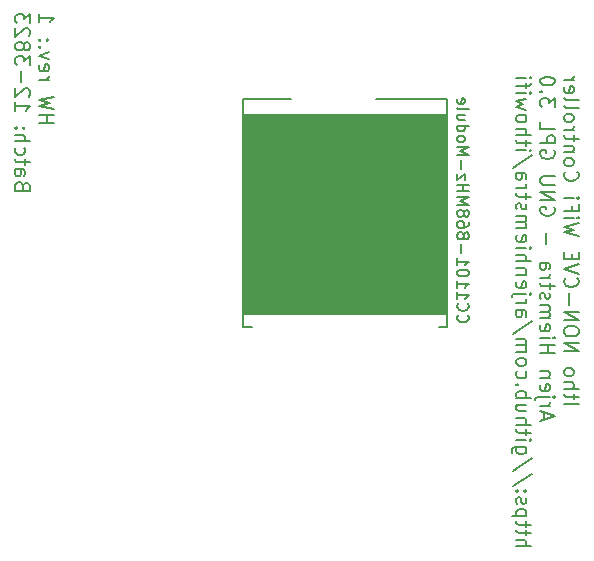
<source format=gbo>
G04 #@! TF.GenerationSoftware,KiCad,Pcbnew,7.0.7*
G04 #@! TF.CreationDate,2023-09-22T23:05:29+02:00*
G04 #@! TF.ProjectId,ithowifi_4l,6974686f-7769-4666-995f-346c2e6b6963,rev?*
G04 #@! TF.SameCoordinates,Original*
G04 #@! TF.FileFunction,Legend,Bot*
G04 #@! TF.FilePolarity,Positive*
%FSLAX46Y46*%
G04 Gerber Fmt 4.6, Leading zero omitted, Abs format (unit mm)*
G04 Created by KiCad (PCBNEW 7.0.7) date 2023-09-22 23:05:29*
%MOMM*%
%LPD*%
G01*
G04 APERTURE LIST*
%ADD10C,0.100000*%
%ADD11C,0.200000*%
%ADD12C,0.150000*%
G04 APERTURE END LIST*
D10*
X103202000Y-135417558D02*
X85955400Y-135417558D01*
X85930000Y-118450358D01*
X103202000Y-118450358D01*
X103202000Y-135417558D01*
G36*
X103202000Y-135417558D02*
G01*
X85955400Y-135417558D01*
X85930000Y-118450358D01*
X103202000Y-118450358D01*
X103202000Y-135417558D01*
G37*
D11*
X113073036Y-143012573D02*
X114319036Y-143012573D01*
X113903703Y-142597240D02*
X113903703Y-142122573D01*
X114319036Y-142419240D02*
X113251036Y-142419240D01*
X113251036Y-142419240D02*
X113132370Y-142359907D01*
X113132370Y-142359907D02*
X113073036Y-142241240D01*
X113073036Y-142241240D02*
X113073036Y-142122573D01*
X113073036Y-141707240D02*
X114319036Y-141707240D01*
X113073036Y-141173240D02*
X113725703Y-141173240D01*
X113725703Y-141173240D02*
X113844370Y-141232573D01*
X113844370Y-141232573D02*
X113903703Y-141351240D01*
X113903703Y-141351240D02*
X113903703Y-141529240D01*
X113903703Y-141529240D02*
X113844370Y-141647907D01*
X113844370Y-141647907D02*
X113785036Y-141707240D01*
X113073036Y-140401907D02*
X113132370Y-140520574D01*
X113132370Y-140520574D02*
X113191703Y-140579907D01*
X113191703Y-140579907D02*
X113310370Y-140639240D01*
X113310370Y-140639240D02*
X113666370Y-140639240D01*
X113666370Y-140639240D02*
X113785036Y-140579907D01*
X113785036Y-140579907D02*
X113844370Y-140520574D01*
X113844370Y-140520574D02*
X113903703Y-140401907D01*
X113903703Y-140401907D02*
X113903703Y-140223907D01*
X113903703Y-140223907D02*
X113844370Y-140105240D01*
X113844370Y-140105240D02*
X113785036Y-140045907D01*
X113785036Y-140045907D02*
X113666370Y-139986574D01*
X113666370Y-139986574D02*
X113310370Y-139986574D01*
X113310370Y-139986574D02*
X113191703Y-140045907D01*
X113191703Y-140045907D02*
X113132370Y-140105240D01*
X113132370Y-140105240D02*
X113073036Y-140223907D01*
X113073036Y-140223907D02*
X113073036Y-140401907D01*
X113073036Y-138503241D02*
X114319036Y-138503241D01*
X114319036Y-138503241D02*
X113073036Y-137791241D01*
X113073036Y-137791241D02*
X114319036Y-137791241D01*
X114319036Y-136960575D02*
X114319036Y-136723241D01*
X114319036Y-136723241D02*
X114259703Y-136604575D01*
X114259703Y-136604575D02*
X114141036Y-136485908D01*
X114141036Y-136485908D02*
X113903703Y-136426575D01*
X113903703Y-136426575D02*
X113488370Y-136426575D01*
X113488370Y-136426575D02*
X113251036Y-136485908D01*
X113251036Y-136485908D02*
X113132370Y-136604575D01*
X113132370Y-136604575D02*
X113073036Y-136723241D01*
X113073036Y-136723241D02*
X113073036Y-136960575D01*
X113073036Y-136960575D02*
X113132370Y-137079241D01*
X113132370Y-137079241D02*
X113251036Y-137197908D01*
X113251036Y-137197908D02*
X113488370Y-137257241D01*
X113488370Y-137257241D02*
X113903703Y-137257241D01*
X113903703Y-137257241D02*
X114141036Y-137197908D01*
X114141036Y-137197908D02*
X114259703Y-137079241D01*
X114259703Y-137079241D02*
X114319036Y-136960575D01*
X113073036Y-135892575D02*
X114319036Y-135892575D01*
X114319036Y-135892575D02*
X113073036Y-135180575D01*
X113073036Y-135180575D02*
X114319036Y-135180575D01*
X113547703Y-134587242D02*
X113547703Y-133637909D01*
X113191703Y-132332575D02*
X113132370Y-132391908D01*
X113132370Y-132391908D02*
X113073036Y-132569908D01*
X113073036Y-132569908D02*
X113073036Y-132688575D01*
X113073036Y-132688575D02*
X113132370Y-132866575D01*
X113132370Y-132866575D02*
X113251036Y-132985242D01*
X113251036Y-132985242D02*
X113369703Y-133044575D01*
X113369703Y-133044575D02*
X113607036Y-133103908D01*
X113607036Y-133103908D02*
X113785036Y-133103908D01*
X113785036Y-133103908D02*
X114022370Y-133044575D01*
X114022370Y-133044575D02*
X114141036Y-132985242D01*
X114141036Y-132985242D02*
X114259703Y-132866575D01*
X114259703Y-132866575D02*
X114319036Y-132688575D01*
X114319036Y-132688575D02*
X114319036Y-132569908D01*
X114319036Y-132569908D02*
X114259703Y-132391908D01*
X114259703Y-132391908D02*
X114200370Y-132332575D01*
X114319036Y-131976575D02*
X113073036Y-131561242D01*
X113073036Y-131561242D02*
X114319036Y-131145908D01*
X113725703Y-130730575D02*
X113725703Y-130315242D01*
X113073036Y-130137242D02*
X113073036Y-130730575D01*
X113073036Y-130730575D02*
X114319036Y-130730575D01*
X114319036Y-130730575D02*
X114319036Y-130137242D01*
X114319036Y-128772576D02*
X113073036Y-128475909D01*
X113073036Y-128475909D02*
X113963036Y-128238576D01*
X113963036Y-128238576D02*
X113073036Y-128001242D01*
X113073036Y-128001242D02*
X114319036Y-127704576D01*
X113073036Y-127229909D02*
X113903703Y-127229909D01*
X114319036Y-127229909D02*
X114259703Y-127289242D01*
X114259703Y-127289242D02*
X114200370Y-127229909D01*
X114200370Y-127229909D02*
X114259703Y-127170576D01*
X114259703Y-127170576D02*
X114319036Y-127229909D01*
X114319036Y-127229909D02*
X114200370Y-127229909D01*
X113725703Y-126221243D02*
X113725703Y-126636576D01*
X113073036Y-126636576D02*
X114319036Y-126636576D01*
X114319036Y-126636576D02*
X114319036Y-126043243D01*
X113073036Y-125568576D02*
X113903703Y-125568576D01*
X114319036Y-125568576D02*
X114259703Y-125627909D01*
X114259703Y-125627909D02*
X114200370Y-125568576D01*
X114200370Y-125568576D02*
X114259703Y-125509243D01*
X114259703Y-125509243D02*
X114319036Y-125568576D01*
X114319036Y-125568576D02*
X114200370Y-125568576D01*
X113191703Y-123313910D02*
X113132370Y-123373243D01*
X113132370Y-123373243D02*
X113073036Y-123551243D01*
X113073036Y-123551243D02*
X113073036Y-123669910D01*
X113073036Y-123669910D02*
X113132370Y-123847910D01*
X113132370Y-123847910D02*
X113251036Y-123966577D01*
X113251036Y-123966577D02*
X113369703Y-124025910D01*
X113369703Y-124025910D02*
X113607036Y-124085243D01*
X113607036Y-124085243D02*
X113785036Y-124085243D01*
X113785036Y-124085243D02*
X114022370Y-124025910D01*
X114022370Y-124025910D02*
X114141036Y-123966577D01*
X114141036Y-123966577D02*
X114259703Y-123847910D01*
X114259703Y-123847910D02*
X114319036Y-123669910D01*
X114319036Y-123669910D02*
X114319036Y-123551243D01*
X114319036Y-123551243D02*
X114259703Y-123373243D01*
X114259703Y-123373243D02*
X114200370Y-123313910D01*
X113073036Y-122601910D02*
X113132370Y-122720577D01*
X113132370Y-122720577D02*
X113191703Y-122779910D01*
X113191703Y-122779910D02*
X113310370Y-122839243D01*
X113310370Y-122839243D02*
X113666370Y-122839243D01*
X113666370Y-122839243D02*
X113785036Y-122779910D01*
X113785036Y-122779910D02*
X113844370Y-122720577D01*
X113844370Y-122720577D02*
X113903703Y-122601910D01*
X113903703Y-122601910D02*
X113903703Y-122423910D01*
X113903703Y-122423910D02*
X113844370Y-122305243D01*
X113844370Y-122305243D02*
X113785036Y-122245910D01*
X113785036Y-122245910D02*
X113666370Y-122186577D01*
X113666370Y-122186577D02*
X113310370Y-122186577D01*
X113310370Y-122186577D02*
X113191703Y-122245910D01*
X113191703Y-122245910D02*
X113132370Y-122305243D01*
X113132370Y-122305243D02*
X113073036Y-122423910D01*
X113073036Y-122423910D02*
X113073036Y-122601910D01*
X113903703Y-121652577D02*
X113073036Y-121652577D01*
X113785036Y-121652577D02*
X113844370Y-121593244D01*
X113844370Y-121593244D02*
X113903703Y-121474577D01*
X113903703Y-121474577D02*
X113903703Y-121296577D01*
X113903703Y-121296577D02*
X113844370Y-121177910D01*
X113844370Y-121177910D02*
X113725703Y-121118577D01*
X113725703Y-121118577D02*
X113073036Y-121118577D01*
X113903703Y-120703244D02*
X113903703Y-120228577D01*
X114319036Y-120525244D02*
X113251036Y-120525244D01*
X113251036Y-120525244D02*
X113132370Y-120465911D01*
X113132370Y-120465911D02*
X113073036Y-120347244D01*
X113073036Y-120347244D02*
X113073036Y-120228577D01*
X113073036Y-119813244D02*
X113903703Y-119813244D01*
X113666370Y-119813244D02*
X113785036Y-119753911D01*
X113785036Y-119753911D02*
X113844370Y-119694577D01*
X113844370Y-119694577D02*
X113903703Y-119575911D01*
X113903703Y-119575911D02*
X113903703Y-119457244D01*
X113073036Y-118863911D02*
X113132370Y-118982578D01*
X113132370Y-118982578D02*
X113191703Y-119041911D01*
X113191703Y-119041911D02*
X113310370Y-119101244D01*
X113310370Y-119101244D02*
X113666370Y-119101244D01*
X113666370Y-119101244D02*
X113785036Y-119041911D01*
X113785036Y-119041911D02*
X113844370Y-118982578D01*
X113844370Y-118982578D02*
X113903703Y-118863911D01*
X113903703Y-118863911D02*
X113903703Y-118685911D01*
X113903703Y-118685911D02*
X113844370Y-118567244D01*
X113844370Y-118567244D02*
X113785036Y-118507911D01*
X113785036Y-118507911D02*
X113666370Y-118448578D01*
X113666370Y-118448578D02*
X113310370Y-118448578D01*
X113310370Y-118448578D02*
X113191703Y-118507911D01*
X113191703Y-118507911D02*
X113132370Y-118567244D01*
X113132370Y-118567244D02*
X113073036Y-118685911D01*
X113073036Y-118685911D02*
X113073036Y-118863911D01*
X113073036Y-117736578D02*
X113132370Y-117855245D01*
X113132370Y-117855245D02*
X113251036Y-117914578D01*
X113251036Y-117914578D02*
X114319036Y-117914578D01*
X113073036Y-117083911D02*
X113132370Y-117202578D01*
X113132370Y-117202578D02*
X113251036Y-117261911D01*
X113251036Y-117261911D02*
X114319036Y-117261911D01*
X113132370Y-116134577D02*
X113073036Y-116253244D01*
X113073036Y-116253244D02*
X113073036Y-116490577D01*
X113073036Y-116490577D02*
X113132370Y-116609244D01*
X113132370Y-116609244D02*
X113251036Y-116668577D01*
X113251036Y-116668577D02*
X113725703Y-116668577D01*
X113725703Y-116668577D02*
X113844370Y-116609244D01*
X113844370Y-116609244D02*
X113903703Y-116490577D01*
X113903703Y-116490577D02*
X113903703Y-116253244D01*
X113903703Y-116253244D02*
X113844370Y-116134577D01*
X113844370Y-116134577D02*
X113725703Y-116075244D01*
X113725703Y-116075244D02*
X113607036Y-116075244D01*
X113607036Y-116075244D02*
X113488370Y-116668577D01*
X113073036Y-115541244D02*
X113903703Y-115541244D01*
X113666370Y-115541244D02*
X113785036Y-115481911D01*
X113785036Y-115481911D02*
X113844370Y-115422577D01*
X113844370Y-115422577D02*
X113903703Y-115303911D01*
X113903703Y-115303911D02*
X113903703Y-115185244D01*
X111422976Y-144317907D02*
X111422976Y-143724574D01*
X111066976Y-144436574D02*
X112312976Y-144021241D01*
X112312976Y-144021241D02*
X111066976Y-143605907D01*
X111066976Y-143190574D02*
X111897643Y-143190574D01*
X111660310Y-143190574D02*
X111778976Y-143131241D01*
X111778976Y-143131241D02*
X111838310Y-143071907D01*
X111838310Y-143071907D02*
X111897643Y-142953241D01*
X111897643Y-142953241D02*
X111897643Y-142834574D01*
X111897643Y-142419241D02*
X110829643Y-142419241D01*
X110829643Y-142419241D02*
X110710976Y-142478574D01*
X110710976Y-142478574D02*
X110651643Y-142597241D01*
X110651643Y-142597241D02*
X110651643Y-142656574D01*
X112312976Y-142419241D02*
X112253643Y-142478574D01*
X112253643Y-142478574D02*
X112194310Y-142419241D01*
X112194310Y-142419241D02*
X112253643Y-142359908D01*
X112253643Y-142359908D02*
X112312976Y-142419241D01*
X112312976Y-142419241D02*
X112194310Y-142419241D01*
X111126310Y-141351241D02*
X111066976Y-141469908D01*
X111066976Y-141469908D02*
X111066976Y-141707241D01*
X111066976Y-141707241D02*
X111126310Y-141825908D01*
X111126310Y-141825908D02*
X111244976Y-141885241D01*
X111244976Y-141885241D02*
X111719643Y-141885241D01*
X111719643Y-141885241D02*
X111838310Y-141825908D01*
X111838310Y-141825908D02*
X111897643Y-141707241D01*
X111897643Y-141707241D02*
X111897643Y-141469908D01*
X111897643Y-141469908D02*
X111838310Y-141351241D01*
X111838310Y-141351241D02*
X111719643Y-141291908D01*
X111719643Y-141291908D02*
X111600976Y-141291908D01*
X111600976Y-141291908D02*
X111482310Y-141885241D01*
X111897643Y-140757908D02*
X111066976Y-140757908D01*
X111778976Y-140757908D02*
X111838310Y-140698575D01*
X111838310Y-140698575D02*
X111897643Y-140579908D01*
X111897643Y-140579908D02*
X111897643Y-140401908D01*
X111897643Y-140401908D02*
X111838310Y-140283241D01*
X111838310Y-140283241D02*
X111719643Y-140223908D01*
X111719643Y-140223908D02*
X111066976Y-140223908D01*
X111066976Y-138681242D02*
X112312976Y-138681242D01*
X111719643Y-138681242D02*
X111719643Y-137969242D01*
X111066976Y-137969242D02*
X112312976Y-137969242D01*
X111066976Y-137375909D02*
X111897643Y-137375909D01*
X112312976Y-137375909D02*
X112253643Y-137435242D01*
X112253643Y-137435242D02*
X112194310Y-137375909D01*
X112194310Y-137375909D02*
X112253643Y-137316576D01*
X112253643Y-137316576D02*
X112312976Y-137375909D01*
X112312976Y-137375909D02*
X112194310Y-137375909D01*
X111126310Y-136307909D02*
X111066976Y-136426576D01*
X111066976Y-136426576D02*
X111066976Y-136663909D01*
X111066976Y-136663909D02*
X111126310Y-136782576D01*
X111126310Y-136782576D02*
X111244976Y-136841909D01*
X111244976Y-136841909D02*
X111719643Y-136841909D01*
X111719643Y-136841909D02*
X111838310Y-136782576D01*
X111838310Y-136782576D02*
X111897643Y-136663909D01*
X111897643Y-136663909D02*
X111897643Y-136426576D01*
X111897643Y-136426576D02*
X111838310Y-136307909D01*
X111838310Y-136307909D02*
X111719643Y-136248576D01*
X111719643Y-136248576D02*
X111600976Y-136248576D01*
X111600976Y-136248576D02*
X111482310Y-136841909D01*
X111066976Y-135714576D02*
X111897643Y-135714576D01*
X111778976Y-135714576D02*
X111838310Y-135655243D01*
X111838310Y-135655243D02*
X111897643Y-135536576D01*
X111897643Y-135536576D02*
X111897643Y-135358576D01*
X111897643Y-135358576D02*
X111838310Y-135239909D01*
X111838310Y-135239909D02*
X111719643Y-135180576D01*
X111719643Y-135180576D02*
X111066976Y-135180576D01*
X111719643Y-135180576D02*
X111838310Y-135121243D01*
X111838310Y-135121243D02*
X111897643Y-135002576D01*
X111897643Y-135002576D02*
X111897643Y-134824576D01*
X111897643Y-134824576D02*
X111838310Y-134705909D01*
X111838310Y-134705909D02*
X111719643Y-134646576D01*
X111719643Y-134646576D02*
X111066976Y-134646576D01*
X111126310Y-134112576D02*
X111066976Y-133993910D01*
X111066976Y-133993910D02*
X111066976Y-133756576D01*
X111066976Y-133756576D02*
X111126310Y-133637910D01*
X111126310Y-133637910D02*
X111244976Y-133578576D01*
X111244976Y-133578576D02*
X111304310Y-133578576D01*
X111304310Y-133578576D02*
X111422976Y-133637910D01*
X111422976Y-133637910D02*
X111482310Y-133756576D01*
X111482310Y-133756576D02*
X111482310Y-133934576D01*
X111482310Y-133934576D02*
X111541643Y-134053243D01*
X111541643Y-134053243D02*
X111660310Y-134112576D01*
X111660310Y-134112576D02*
X111719643Y-134112576D01*
X111719643Y-134112576D02*
X111838310Y-134053243D01*
X111838310Y-134053243D02*
X111897643Y-133934576D01*
X111897643Y-133934576D02*
X111897643Y-133756576D01*
X111897643Y-133756576D02*
X111838310Y-133637910D01*
X111897643Y-133222576D02*
X111897643Y-132747909D01*
X112312976Y-133044576D02*
X111244976Y-133044576D01*
X111244976Y-133044576D02*
X111126310Y-132985243D01*
X111126310Y-132985243D02*
X111066976Y-132866576D01*
X111066976Y-132866576D02*
X111066976Y-132747909D01*
X111066976Y-132332576D02*
X111897643Y-132332576D01*
X111660310Y-132332576D02*
X111778976Y-132273243D01*
X111778976Y-132273243D02*
X111838310Y-132213909D01*
X111838310Y-132213909D02*
X111897643Y-132095243D01*
X111897643Y-132095243D02*
X111897643Y-131976576D01*
X111066976Y-131027243D02*
X111719643Y-131027243D01*
X111719643Y-131027243D02*
X111838310Y-131086576D01*
X111838310Y-131086576D02*
X111897643Y-131205243D01*
X111897643Y-131205243D02*
X111897643Y-131442576D01*
X111897643Y-131442576D02*
X111838310Y-131561243D01*
X111126310Y-131027243D02*
X111066976Y-131145910D01*
X111066976Y-131145910D02*
X111066976Y-131442576D01*
X111066976Y-131442576D02*
X111126310Y-131561243D01*
X111126310Y-131561243D02*
X111244976Y-131620576D01*
X111244976Y-131620576D02*
X111363643Y-131620576D01*
X111363643Y-131620576D02*
X111482310Y-131561243D01*
X111482310Y-131561243D02*
X111541643Y-131442576D01*
X111541643Y-131442576D02*
X111541643Y-131145910D01*
X111541643Y-131145910D02*
X111600976Y-131027243D01*
X111541643Y-129484577D02*
X111541643Y-128535244D01*
X112253643Y-126339910D02*
X112312976Y-126458577D01*
X112312976Y-126458577D02*
X112312976Y-126636577D01*
X112312976Y-126636577D02*
X112253643Y-126814577D01*
X112253643Y-126814577D02*
X112134976Y-126933244D01*
X112134976Y-126933244D02*
X112016310Y-126992577D01*
X112016310Y-126992577D02*
X111778976Y-127051910D01*
X111778976Y-127051910D02*
X111600976Y-127051910D01*
X111600976Y-127051910D02*
X111363643Y-126992577D01*
X111363643Y-126992577D02*
X111244976Y-126933244D01*
X111244976Y-126933244D02*
X111126310Y-126814577D01*
X111126310Y-126814577D02*
X111066976Y-126636577D01*
X111066976Y-126636577D02*
X111066976Y-126517910D01*
X111066976Y-126517910D02*
X111126310Y-126339910D01*
X111126310Y-126339910D02*
X111185643Y-126280577D01*
X111185643Y-126280577D02*
X111600976Y-126280577D01*
X111600976Y-126280577D02*
X111600976Y-126517910D01*
X111066976Y-125746577D02*
X112312976Y-125746577D01*
X112312976Y-125746577D02*
X111066976Y-125034577D01*
X111066976Y-125034577D02*
X112312976Y-125034577D01*
X112312976Y-124441244D02*
X111304310Y-124441244D01*
X111304310Y-124441244D02*
X111185643Y-124381911D01*
X111185643Y-124381911D02*
X111126310Y-124322577D01*
X111126310Y-124322577D02*
X111066976Y-124203911D01*
X111066976Y-124203911D02*
X111066976Y-123966577D01*
X111066976Y-123966577D02*
X111126310Y-123847911D01*
X111126310Y-123847911D02*
X111185643Y-123788577D01*
X111185643Y-123788577D02*
X111304310Y-123729244D01*
X111304310Y-123729244D02*
X112312976Y-123729244D01*
X112253643Y-121533911D02*
X112312976Y-121652578D01*
X112312976Y-121652578D02*
X112312976Y-121830578D01*
X112312976Y-121830578D02*
X112253643Y-122008578D01*
X112253643Y-122008578D02*
X112134976Y-122127245D01*
X112134976Y-122127245D02*
X112016310Y-122186578D01*
X112016310Y-122186578D02*
X111778976Y-122245911D01*
X111778976Y-122245911D02*
X111600976Y-122245911D01*
X111600976Y-122245911D02*
X111363643Y-122186578D01*
X111363643Y-122186578D02*
X111244976Y-122127245D01*
X111244976Y-122127245D02*
X111126310Y-122008578D01*
X111126310Y-122008578D02*
X111066976Y-121830578D01*
X111066976Y-121830578D02*
X111066976Y-121711911D01*
X111066976Y-121711911D02*
X111126310Y-121533911D01*
X111126310Y-121533911D02*
X111185643Y-121474578D01*
X111185643Y-121474578D02*
X111600976Y-121474578D01*
X111600976Y-121474578D02*
X111600976Y-121711911D01*
X111066976Y-120940578D02*
X112312976Y-120940578D01*
X112312976Y-120940578D02*
X112312976Y-120465911D01*
X112312976Y-120465911D02*
X112253643Y-120347245D01*
X112253643Y-120347245D02*
X112194310Y-120287911D01*
X112194310Y-120287911D02*
X112075643Y-120228578D01*
X112075643Y-120228578D02*
X111897643Y-120228578D01*
X111897643Y-120228578D02*
X111778976Y-120287911D01*
X111778976Y-120287911D02*
X111719643Y-120347245D01*
X111719643Y-120347245D02*
X111660310Y-120465911D01*
X111660310Y-120465911D02*
X111660310Y-120940578D01*
X111066976Y-119101245D02*
X111066976Y-119694578D01*
X111066976Y-119694578D02*
X112312976Y-119694578D01*
X112312976Y-117855245D02*
X112312976Y-117083911D01*
X112312976Y-117083911D02*
X111838310Y-117499245D01*
X111838310Y-117499245D02*
X111838310Y-117321245D01*
X111838310Y-117321245D02*
X111778976Y-117202578D01*
X111778976Y-117202578D02*
X111719643Y-117143245D01*
X111719643Y-117143245D02*
X111600976Y-117083911D01*
X111600976Y-117083911D02*
X111304310Y-117083911D01*
X111304310Y-117083911D02*
X111185643Y-117143245D01*
X111185643Y-117143245D02*
X111126310Y-117202578D01*
X111126310Y-117202578D02*
X111066976Y-117321245D01*
X111066976Y-117321245D02*
X111066976Y-117677245D01*
X111066976Y-117677245D02*
X111126310Y-117795911D01*
X111126310Y-117795911D02*
X111185643Y-117855245D01*
X111185643Y-116549911D02*
X111126310Y-116490578D01*
X111126310Y-116490578D02*
X111066976Y-116549911D01*
X111066976Y-116549911D02*
X111126310Y-116609244D01*
X111126310Y-116609244D02*
X111185643Y-116549911D01*
X111185643Y-116549911D02*
X111066976Y-116549911D01*
X112312976Y-115719245D02*
X112312976Y-115600578D01*
X112312976Y-115600578D02*
X112253643Y-115481911D01*
X112253643Y-115481911D02*
X112194310Y-115422578D01*
X112194310Y-115422578D02*
X112075643Y-115363245D01*
X112075643Y-115363245D02*
X111838310Y-115303911D01*
X111838310Y-115303911D02*
X111541643Y-115303911D01*
X111541643Y-115303911D02*
X111304310Y-115363245D01*
X111304310Y-115363245D02*
X111185643Y-115422578D01*
X111185643Y-115422578D02*
X111126310Y-115481911D01*
X111126310Y-115481911D02*
X111066976Y-115600578D01*
X111066976Y-115600578D02*
X111066976Y-115719245D01*
X111066976Y-115719245D02*
X111126310Y-115837911D01*
X111126310Y-115837911D02*
X111185643Y-115897245D01*
X111185643Y-115897245D02*
X111304310Y-115956578D01*
X111304310Y-115956578D02*
X111541643Y-116015911D01*
X111541643Y-116015911D02*
X111838310Y-116015911D01*
X111838310Y-116015911D02*
X112075643Y-115956578D01*
X112075643Y-115956578D02*
X112194310Y-115897245D01*
X112194310Y-115897245D02*
X112253643Y-115837911D01*
X112253643Y-115837911D02*
X112312976Y-115719245D01*
X109060916Y-155057235D02*
X110306916Y-155057235D01*
X109060916Y-154523235D02*
X109713583Y-154523235D01*
X109713583Y-154523235D02*
X109832250Y-154582568D01*
X109832250Y-154582568D02*
X109891583Y-154701235D01*
X109891583Y-154701235D02*
X109891583Y-154879235D01*
X109891583Y-154879235D02*
X109832250Y-154997902D01*
X109832250Y-154997902D02*
X109772916Y-155057235D01*
X109891583Y-154107902D02*
X109891583Y-153633235D01*
X110306916Y-153929902D02*
X109238916Y-153929902D01*
X109238916Y-153929902D02*
X109120250Y-153870569D01*
X109120250Y-153870569D02*
X109060916Y-153751902D01*
X109060916Y-153751902D02*
X109060916Y-153633235D01*
X109891583Y-153395902D02*
X109891583Y-152921235D01*
X110306916Y-153217902D02*
X109238916Y-153217902D01*
X109238916Y-153217902D02*
X109120250Y-153158569D01*
X109120250Y-153158569D02*
X109060916Y-153039902D01*
X109060916Y-153039902D02*
X109060916Y-152921235D01*
X109891583Y-152505902D02*
X108645583Y-152505902D01*
X109832250Y-152505902D02*
X109891583Y-152387235D01*
X109891583Y-152387235D02*
X109891583Y-152149902D01*
X109891583Y-152149902D02*
X109832250Y-152031235D01*
X109832250Y-152031235D02*
X109772916Y-151971902D01*
X109772916Y-151971902D02*
X109654250Y-151912569D01*
X109654250Y-151912569D02*
X109298250Y-151912569D01*
X109298250Y-151912569D02*
X109179583Y-151971902D01*
X109179583Y-151971902D02*
X109120250Y-152031235D01*
X109120250Y-152031235D02*
X109060916Y-152149902D01*
X109060916Y-152149902D02*
X109060916Y-152387235D01*
X109060916Y-152387235D02*
X109120250Y-152505902D01*
X109120250Y-151437902D02*
X109060916Y-151319236D01*
X109060916Y-151319236D02*
X109060916Y-151081902D01*
X109060916Y-151081902D02*
X109120250Y-150963236D01*
X109120250Y-150963236D02*
X109238916Y-150903902D01*
X109238916Y-150903902D02*
X109298250Y-150903902D01*
X109298250Y-150903902D02*
X109416916Y-150963236D01*
X109416916Y-150963236D02*
X109476250Y-151081902D01*
X109476250Y-151081902D02*
X109476250Y-151259902D01*
X109476250Y-151259902D02*
X109535583Y-151378569D01*
X109535583Y-151378569D02*
X109654250Y-151437902D01*
X109654250Y-151437902D02*
X109713583Y-151437902D01*
X109713583Y-151437902D02*
X109832250Y-151378569D01*
X109832250Y-151378569D02*
X109891583Y-151259902D01*
X109891583Y-151259902D02*
X109891583Y-151081902D01*
X109891583Y-151081902D02*
X109832250Y-150963236D01*
X109179583Y-150369902D02*
X109120250Y-150310569D01*
X109120250Y-150310569D02*
X109060916Y-150369902D01*
X109060916Y-150369902D02*
X109120250Y-150429235D01*
X109120250Y-150429235D02*
X109179583Y-150369902D01*
X109179583Y-150369902D02*
X109060916Y-150369902D01*
X109832250Y-150369902D02*
X109772916Y-150310569D01*
X109772916Y-150310569D02*
X109713583Y-150369902D01*
X109713583Y-150369902D02*
X109772916Y-150429235D01*
X109772916Y-150429235D02*
X109832250Y-150369902D01*
X109832250Y-150369902D02*
X109713583Y-150369902D01*
X110366250Y-148886569D02*
X108764250Y-149954569D01*
X110366250Y-147581236D02*
X108764250Y-148649236D01*
X109891583Y-146631903D02*
X108882916Y-146631903D01*
X108882916Y-146631903D02*
X108764250Y-146691236D01*
X108764250Y-146691236D02*
X108704916Y-146750570D01*
X108704916Y-146750570D02*
X108645583Y-146869236D01*
X108645583Y-146869236D02*
X108645583Y-147047236D01*
X108645583Y-147047236D02*
X108704916Y-147165903D01*
X109120250Y-146631903D02*
X109060916Y-146750570D01*
X109060916Y-146750570D02*
X109060916Y-146987903D01*
X109060916Y-146987903D02*
X109120250Y-147106570D01*
X109120250Y-147106570D02*
X109179583Y-147165903D01*
X109179583Y-147165903D02*
X109298250Y-147225236D01*
X109298250Y-147225236D02*
X109654250Y-147225236D01*
X109654250Y-147225236D02*
X109772916Y-147165903D01*
X109772916Y-147165903D02*
X109832250Y-147106570D01*
X109832250Y-147106570D02*
X109891583Y-146987903D01*
X109891583Y-146987903D02*
X109891583Y-146750570D01*
X109891583Y-146750570D02*
X109832250Y-146631903D01*
X109060916Y-146038570D02*
X109891583Y-146038570D01*
X110306916Y-146038570D02*
X110247583Y-146097903D01*
X110247583Y-146097903D02*
X110188250Y-146038570D01*
X110188250Y-146038570D02*
X110247583Y-145979237D01*
X110247583Y-145979237D02*
X110306916Y-146038570D01*
X110306916Y-146038570D02*
X110188250Y-146038570D01*
X109891583Y-145623237D02*
X109891583Y-145148570D01*
X110306916Y-145445237D02*
X109238916Y-145445237D01*
X109238916Y-145445237D02*
X109120250Y-145385904D01*
X109120250Y-145385904D02*
X109060916Y-145267237D01*
X109060916Y-145267237D02*
X109060916Y-145148570D01*
X109060916Y-144733237D02*
X110306916Y-144733237D01*
X109060916Y-144199237D02*
X109713583Y-144199237D01*
X109713583Y-144199237D02*
X109832250Y-144258570D01*
X109832250Y-144258570D02*
X109891583Y-144377237D01*
X109891583Y-144377237D02*
X109891583Y-144555237D01*
X109891583Y-144555237D02*
X109832250Y-144673904D01*
X109832250Y-144673904D02*
X109772916Y-144733237D01*
X109891583Y-143071904D02*
X109060916Y-143071904D01*
X109891583Y-143605904D02*
X109238916Y-143605904D01*
X109238916Y-143605904D02*
X109120250Y-143546571D01*
X109120250Y-143546571D02*
X109060916Y-143427904D01*
X109060916Y-143427904D02*
X109060916Y-143249904D01*
X109060916Y-143249904D02*
X109120250Y-143131237D01*
X109120250Y-143131237D02*
X109179583Y-143071904D01*
X109060916Y-142478571D02*
X110306916Y-142478571D01*
X109832250Y-142478571D02*
X109891583Y-142359904D01*
X109891583Y-142359904D02*
X109891583Y-142122571D01*
X109891583Y-142122571D02*
X109832250Y-142003904D01*
X109832250Y-142003904D02*
X109772916Y-141944571D01*
X109772916Y-141944571D02*
X109654250Y-141885238D01*
X109654250Y-141885238D02*
X109298250Y-141885238D01*
X109298250Y-141885238D02*
X109179583Y-141944571D01*
X109179583Y-141944571D02*
X109120250Y-142003904D01*
X109120250Y-142003904D02*
X109060916Y-142122571D01*
X109060916Y-142122571D02*
X109060916Y-142359904D01*
X109060916Y-142359904D02*
X109120250Y-142478571D01*
X109179583Y-141351238D02*
X109120250Y-141291905D01*
X109120250Y-141291905D02*
X109060916Y-141351238D01*
X109060916Y-141351238D02*
X109120250Y-141410571D01*
X109120250Y-141410571D02*
X109179583Y-141351238D01*
X109179583Y-141351238D02*
X109060916Y-141351238D01*
X109120250Y-140223905D02*
X109060916Y-140342572D01*
X109060916Y-140342572D02*
X109060916Y-140579905D01*
X109060916Y-140579905D02*
X109120250Y-140698572D01*
X109120250Y-140698572D02*
X109179583Y-140757905D01*
X109179583Y-140757905D02*
X109298250Y-140817238D01*
X109298250Y-140817238D02*
X109654250Y-140817238D01*
X109654250Y-140817238D02*
X109772916Y-140757905D01*
X109772916Y-140757905D02*
X109832250Y-140698572D01*
X109832250Y-140698572D02*
X109891583Y-140579905D01*
X109891583Y-140579905D02*
X109891583Y-140342572D01*
X109891583Y-140342572D02*
X109832250Y-140223905D01*
X109060916Y-139511905D02*
X109120250Y-139630572D01*
X109120250Y-139630572D02*
X109179583Y-139689905D01*
X109179583Y-139689905D02*
X109298250Y-139749238D01*
X109298250Y-139749238D02*
X109654250Y-139749238D01*
X109654250Y-139749238D02*
X109772916Y-139689905D01*
X109772916Y-139689905D02*
X109832250Y-139630572D01*
X109832250Y-139630572D02*
X109891583Y-139511905D01*
X109891583Y-139511905D02*
X109891583Y-139333905D01*
X109891583Y-139333905D02*
X109832250Y-139215238D01*
X109832250Y-139215238D02*
X109772916Y-139155905D01*
X109772916Y-139155905D02*
X109654250Y-139096572D01*
X109654250Y-139096572D02*
X109298250Y-139096572D01*
X109298250Y-139096572D02*
X109179583Y-139155905D01*
X109179583Y-139155905D02*
X109120250Y-139215238D01*
X109120250Y-139215238D02*
X109060916Y-139333905D01*
X109060916Y-139333905D02*
X109060916Y-139511905D01*
X109060916Y-138562572D02*
X109891583Y-138562572D01*
X109772916Y-138562572D02*
X109832250Y-138503239D01*
X109832250Y-138503239D02*
X109891583Y-138384572D01*
X109891583Y-138384572D02*
X109891583Y-138206572D01*
X109891583Y-138206572D02*
X109832250Y-138087905D01*
X109832250Y-138087905D02*
X109713583Y-138028572D01*
X109713583Y-138028572D02*
X109060916Y-138028572D01*
X109713583Y-138028572D02*
X109832250Y-137969239D01*
X109832250Y-137969239D02*
X109891583Y-137850572D01*
X109891583Y-137850572D02*
X109891583Y-137672572D01*
X109891583Y-137672572D02*
X109832250Y-137553905D01*
X109832250Y-137553905D02*
X109713583Y-137494572D01*
X109713583Y-137494572D02*
X109060916Y-137494572D01*
X110366250Y-136011239D02*
X108764250Y-137079239D01*
X109060916Y-135061906D02*
X109713583Y-135061906D01*
X109713583Y-135061906D02*
X109832250Y-135121239D01*
X109832250Y-135121239D02*
X109891583Y-135239906D01*
X109891583Y-135239906D02*
X109891583Y-135477239D01*
X109891583Y-135477239D02*
X109832250Y-135595906D01*
X109120250Y-135061906D02*
X109060916Y-135180573D01*
X109060916Y-135180573D02*
X109060916Y-135477239D01*
X109060916Y-135477239D02*
X109120250Y-135595906D01*
X109120250Y-135595906D02*
X109238916Y-135655239D01*
X109238916Y-135655239D02*
X109357583Y-135655239D01*
X109357583Y-135655239D02*
X109476250Y-135595906D01*
X109476250Y-135595906D02*
X109535583Y-135477239D01*
X109535583Y-135477239D02*
X109535583Y-135180573D01*
X109535583Y-135180573D02*
X109594916Y-135061906D01*
X109060916Y-134468573D02*
X109891583Y-134468573D01*
X109654250Y-134468573D02*
X109772916Y-134409240D01*
X109772916Y-134409240D02*
X109832250Y-134349906D01*
X109832250Y-134349906D02*
X109891583Y-134231240D01*
X109891583Y-134231240D02*
X109891583Y-134112573D01*
X109891583Y-133697240D02*
X108823583Y-133697240D01*
X108823583Y-133697240D02*
X108704916Y-133756573D01*
X108704916Y-133756573D02*
X108645583Y-133875240D01*
X108645583Y-133875240D02*
X108645583Y-133934573D01*
X110306916Y-133697240D02*
X110247583Y-133756573D01*
X110247583Y-133756573D02*
X110188250Y-133697240D01*
X110188250Y-133697240D02*
X110247583Y-133637907D01*
X110247583Y-133637907D02*
X110306916Y-133697240D01*
X110306916Y-133697240D02*
X110188250Y-133697240D01*
X109120250Y-132629240D02*
X109060916Y-132747907D01*
X109060916Y-132747907D02*
X109060916Y-132985240D01*
X109060916Y-132985240D02*
X109120250Y-133103907D01*
X109120250Y-133103907D02*
X109238916Y-133163240D01*
X109238916Y-133163240D02*
X109713583Y-133163240D01*
X109713583Y-133163240D02*
X109832250Y-133103907D01*
X109832250Y-133103907D02*
X109891583Y-132985240D01*
X109891583Y-132985240D02*
X109891583Y-132747907D01*
X109891583Y-132747907D02*
X109832250Y-132629240D01*
X109832250Y-132629240D02*
X109713583Y-132569907D01*
X109713583Y-132569907D02*
X109594916Y-132569907D01*
X109594916Y-132569907D02*
X109476250Y-133163240D01*
X109891583Y-132035907D02*
X109060916Y-132035907D01*
X109772916Y-132035907D02*
X109832250Y-131976574D01*
X109832250Y-131976574D02*
X109891583Y-131857907D01*
X109891583Y-131857907D02*
X109891583Y-131679907D01*
X109891583Y-131679907D02*
X109832250Y-131561240D01*
X109832250Y-131561240D02*
X109713583Y-131501907D01*
X109713583Y-131501907D02*
X109060916Y-131501907D01*
X109060916Y-130908574D02*
X110306916Y-130908574D01*
X109060916Y-130374574D02*
X109713583Y-130374574D01*
X109713583Y-130374574D02*
X109832250Y-130433907D01*
X109832250Y-130433907D02*
X109891583Y-130552574D01*
X109891583Y-130552574D02*
X109891583Y-130730574D01*
X109891583Y-130730574D02*
X109832250Y-130849241D01*
X109832250Y-130849241D02*
X109772916Y-130908574D01*
X109060916Y-129781241D02*
X109891583Y-129781241D01*
X110306916Y-129781241D02*
X110247583Y-129840574D01*
X110247583Y-129840574D02*
X110188250Y-129781241D01*
X110188250Y-129781241D02*
X110247583Y-129721908D01*
X110247583Y-129721908D02*
X110306916Y-129781241D01*
X110306916Y-129781241D02*
X110188250Y-129781241D01*
X109120250Y-128713241D02*
X109060916Y-128831908D01*
X109060916Y-128831908D02*
X109060916Y-129069241D01*
X109060916Y-129069241D02*
X109120250Y-129187908D01*
X109120250Y-129187908D02*
X109238916Y-129247241D01*
X109238916Y-129247241D02*
X109713583Y-129247241D01*
X109713583Y-129247241D02*
X109832250Y-129187908D01*
X109832250Y-129187908D02*
X109891583Y-129069241D01*
X109891583Y-129069241D02*
X109891583Y-128831908D01*
X109891583Y-128831908D02*
X109832250Y-128713241D01*
X109832250Y-128713241D02*
X109713583Y-128653908D01*
X109713583Y-128653908D02*
X109594916Y-128653908D01*
X109594916Y-128653908D02*
X109476250Y-129247241D01*
X109060916Y-128119908D02*
X109891583Y-128119908D01*
X109772916Y-128119908D02*
X109832250Y-128060575D01*
X109832250Y-128060575D02*
X109891583Y-127941908D01*
X109891583Y-127941908D02*
X109891583Y-127763908D01*
X109891583Y-127763908D02*
X109832250Y-127645241D01*
X109832250Y-127645241D02*
X109713583Y-127585908D01*
X109713583Y-127585908D02*
X109060916Y-127585908D01*
X109713583Y-127585908D02*
X109832250Y-127526575D01*
X109832250Y-127526575D02*
X109891583Y-127407908D01*
X109891583Y-127407908D02*
X109891583Y-127229908D01*
X109891583Y-127229908D02*
X109832250Y-127111241D01*
X109832250Y-127111241D02*
X109713583Y-127051908D01*
X109713583Y-127051908D02*
X109060916Y-127051908D01*
X109120250Y-126517908D02*
X109060916Y-126399242D01*
X109060916Y-126399242D02*
X109060916Y-126161908D01*
X109060916Y-126161908D02*
X109120250Y-126043242D01*
X109120250Y-126043242D02*
X109238916Y-125983908D01*
X109238916Y-125983908D02*
X109298250Y-125983908D01*
X109298250Y-125983908D02*
X109416916Y-126043242D01*
X109416916Y-126043242D02*
X109476250Y-126161908D01*
X109476250Y-126161908D02*
X109476250Y-126339908D01*
X109476250Y-126339908D02*
X109535583Y-126458575D01*
X109535583Y-126458575D02*
X109654250Y-126517908D01*
X109654250Y-126517908D02*
X109713583Y-126517908D01*
X109713583Y-126517908D02*
X109832250Y-126458575D01*
X109832250Y-126458575D02*
X109891583Y-126339908D01*
X109891583Y-126339908D02*
X109891583Y-126161908D01*
X109891583Y-126161908D02*
X109832250Y-126043242D01*
X109891583Y-125627908D02*
X109891583Y-125153241D01*
X110306916Y-125449908D02*
X109238916Y-125449908D01*
X109238916Y-125449908D02*
X109120250Y-125390575D01*
X109120250Y-125390575D02*
X109060916Y-125271908D01*
X109060916Y-125271908D02*
X109060916Y-125153241D01*
X109060916Y-124737908D02*
X109891583Y-124737908D01*
X109654250Y-124737908D02*
X109772916Y-124678575D01*
X109772916Y-124678575D02*
X109832250Y-124619241D01*
X109832250Y-124619241D02*
X109891583Y-124500575D01*
X109891583Y-124500575D02*
X109891583Y-124381908D01*
X109060916Y-123432575D02*
X109713583Y-123432575D01*
X109713583Y-123432575D02*
X109832250Y-123491908D01*
X109832250Y-123491908D02*
X109891583Y-123610575D01*
X109891583Y-123610575D02*
X109891583Y-123847908D01*
X109891583Y-123847908D02*
X109832250Y-123966575D01*
X109120250Y-123432575D02*
X109060916Y-123551242D01*
X109060916Y-123551242D02*
X109060916Y-123847908D01*
X109060916Y-123847908D02*
X109120250Y-123966575D01*
X109120250Y-123966575D02*
X109238916Y-124025908D01*
X109238916Y-124025908D02*
X109357583Y-124025908D01*
X109357583Y-124025908D02*
X109476250Y-123966575D01*
X109476250Y-123966575D02*
X109535583Y-123847908D01*
X109535583Y-123847908D02*
X109535583Y-123551242D01*
X109535583Y-123551242D02*
X109594916Y-123432575D01*
X110366250Y-121949242D02*
X108764250Y-123017242D01*
X109060916Y-121533909D02*
X109891583Y-121533909D01*
X110306916Y-121533909D02*
X110247583Y-121593242D01*
X110247583Y-121593242D02*
X110188250Y-121533909D01*
X110188250Y-121533909D02*
X110247583Y-121474576D01*
X110247583Y-121474576D02*
X110306916Y-121533909D01*
X110306916Y-121533909D02*
X110188250Y-121533909D01*
X109891583Y-121118576D02*
X109891583Y-120643909D01*
X110306916Y-120940576D02*
X109238916Y-120940576D01*
X109238916Y-120940576D02*
X109120250Y-120881243D01*
X109120250Y-120881243D02*
X109060916Y-120762576D01*
X109060916Y-120762576D02*
X109060916Y-120643909D01*
X109060916Y-120228576D02*
X110306916Y-120228576D01*
X109060916Y-119694576D02*
X109713583Y-119694576D01*
X109713583Y-119694576D02*
X109832250Y-119753909D01*
X109832250Y-119753909D02*
X109891583Y-119872576D01*
X109891583Y-119872576D02*
X109891583Y-120050576D01*
X109891583Y-120050576D02*
X109832250Y-120169243D01*
X109832250Y-120169243D02*
X109772916Y-120228576D01*
X109060916Y-118923243D02*
X109120250Y-119041910D01*
X109120250Y-119041910D02*
X109179583Y-119101243D01*
X109179583Y-119101243D02*
X109298250Y-119160576D01*
X109298250Y-119160576D02*
X109654250Y-119160576D01*
X109654250Y-119160576D02*
X109772916Y-119101243D01*
X109772916Y-119101243D02*
X109832250Y-119041910D01*
X109832250Y-119041910D02*
X109891583Y-118923243D01*
X109891583Y-118923243D02*
X109891583Y-118745243D01*
X109891583Y-118745243D02*
X109832250Y-118626576D01*
X109832250Y-118626576D02*
X109772916Y-118567243D01*
X109772916Y-118567243D02*
X109654250Y-118507910D01*
X109654250Y-118507910D02*
X109298250Y-118507910D01*
X109298250Y-118507910D02*
X109179583Y-118567243D01*
X109179583Y-118567243D02*
X109120250Y-118626576D01*
X109120250Y-118626576D02*
X109060916Y-118745243D01*
X109060916Y-118745243D02*
X109060916Y-118923243D01*
X109891583Y-118092577D02*
X109060916Y-117855243D01*
X109060916Y-117855243D02*
X109654250Y-117617910D01*
X109654250Y-117617910D02*
X109060916Y-117380577D01*
X109060916Y-117380577D02*
X109891583Y-117143243D01*
X109060916Y-116668577D02*
X109891583Y-116668577D01*
X110306916Y-116668577D02*
X110247583Y-116727910D01*
X110247583Y-116727910D02*
X110188250Y-116668577D01*
X110188250Y-116668577D02*
X110247583Y-116609244D01*
X110247583Y-116609244D02*
X110306916Y-116668577D01*
X110306916Y-116668577D02*
X110188250Y-116668577D01*
X109891583Y-116253244D02*
X109891583Y-115778577D01*
X109060916Y-116075244D02*
X110128916Y-116075244D01*
X110128916Y-116075244D02*
X110247583Y-116015911D01*
X110247583Y-116015911D02*
X110306916Y-115897244D01*
X110306916Y-115897244D02*
X110306916Y-115778577D01*
X109060916Y-115363244D02*
X109891583Y-115363244D01*
X110306916Y-115363244D02*
X110247583Y-115422577D01*
X110247583Y-115422577D02*
X110188250Y-115363244D01*
X110188250Y-115363244D02*
X110247583Y-115303911D01*
X110247583Y-115303911D02*
X110306916Y-115363244D01*
X110306916Y-115363244D02*
X110188250Y-115363244D01*
X68636006Y-119225909D02*
X69882006Y-119225909D01*
X69288673Y-119225909D02*
X69288673Y-118513909D01*
X68636006Y-118513909D02*
X69882006Y-118513909D01*
X69882006Y-118039243D02*
X68636006Y-117742576D01*
X68636006Y-117742576D02*
X69526006Y-117505243D01*
X69526006Y-117505243D02*
X68636006Y-117267909D01*
X68636006Y-117267909D02*
X69882006Y-116971243D01*
X68636006Y-115547243D02*
X69466673Y-115547243D01*
X69229340Y-115547243D02*
X69348006Y-115487910D01*
X69348006Y-115487910D02*
X69407340Y-115428576D01*
X69407340Y-115428576D02*
X69466673Y-115309910D01*
X69466673Y-115309910D02*
X69466673Y-115191243D01*
X68695340Y-114301243D02*
X68636006Y-114419910D01*
X68636006Y-114419910D02*
X68636006Y-114657243D01*
X68636006Y-114657243D02*
X68695340Y-114775910D01*
X68695340Y-114775910D02*
X68814006Y-114835243D01*
X68814006Y-114835243D02*
X69288673Y-114835243D01*
X69288673Y-114835243D02*
X69407340Y-114775910D01*
X69407340Y-114775910D02*
X69466673Y-114657243D01*
X69466673Y-114657243D02*
X69466673Y-114419910D01*
X69466673Y-114419910D02*
X69407340Y-114301243D01*
X69407340Y-114301243D02*
X69288673Y-114241910D01*
X69288673Y-114241910D02*
X69170006Y-114241910D01*
X69170006Y-114241910D02*
X69051340Y-114835243D01*
X69466673Y-113826577D02*
X68636006Y-113529910D01*
X68636006Y-113529910D02*
X69466673Y-113233243D01*
X68754673Y-112758577D02*
X68695340Y-112699244D01*
X68695340Y-112699244D02*
X68636006Y-112758577D01*
X68636006Y-112758577D02*
X68695340Y-112817910D01*
X68695340Y-112817910D02*
X68754673Y-112758577D01*
X68754673Y-112758577D02*
X68636006Y-112758577D01*
X68754673Y-112165244D02*
X68695340Y-112105911D01*
X68695340Y-112105911D02*
X68636006Y-112165244D01*
X68636006Y-112165244D02*
X68695340Y-112224577D01*
X68695340Y-112224577D02*
X68754673Y-112165244D01*
X68754673Y-112165244D02*
X68636006Y-112165244D01*
X69407340Y-112165244D02*
X69348006Y-112105911D01*
X69348006Y-112105911D02*
X69288673Y-112165244D01*
X69288673Y-112165244D02*
X69348006Y-112224577D01*
X69348006Y-112224577D02*
X69407340Y-112165244D01*
X69407340Y-112165244D02*
X69288673Y-112165244D01*
X68636006Y-109969911D02*
X68636006Y-110681911D01*
X68636006Y-110325911D02*
X69882006Y-110325911D01*
X69882006Y-110325911D02*
X69704006Y-110444578D01*
X69704006Y-110444578D02*
X69585340Y-110563245D01*
X69585340Y-110563245D02*
X69526006Y-110681911D01*
X67282613Y-124506579D02*
X67223280Y-124328579D01*
X67223280Y-124328579D02*
X67163946Y-124269245D01*
X67163946Y-124269245D02*
X67045280Y-124209912D01*
X67045280Y-124209912D02*
X66867280Y-124209912D01*
X66867280Y-124209912D02*
X66748613Y-124269245D01*
X66748613Y-124269245D02*
X66689280Y-124328579D01*
X66689280Y-124328579D02*
X66629946Y-124447245D01*
X66629946Y-124447245D02*
X66629946Y-124921912D01*
X66629946Y-124921912D02*
X67875946Y-124921912D01*
X67875946Y-124921912D02*
X67875946Y-124506579D01*
X67875946Y-124506579D02*
X67816613Y-124387912D01*
X67816613Y-124387912D02*
X67757280Y-124328579D01*
X67757280Y-124328579D02*
X67638613Y-124269245D01*
X67638613Y-124269245D02*
X67519946Y-124269245D01*
X67519946Y-124269245D02*
X67401280Y-124328579D01*
X67401280Y-124328579D02*
X67341946Y-124387912D01*
X67341946Y-124387912D02*
X67282613Y-124506579D01*
X67282613Y-124506579D02*
X67282613Y-124921912D01*
X66629946Y-123141912D02*
X67282613Y-123141912D01*
X67282613Y-123141912D02*
X67401280Y-123201245D01*
X67401280Y-123201245D02*
X67460613Y-123319912D01*
X67460613Y-123319912D02*
X67460613Y-123557245D01*
X67460613Y-123557245D02*
X67401280Y-123675912D01*
X66689280Y-123141912D02*
X66629946Y-123260579D01*
X66629946Y-123260579D02*
X66629946Y-123557245D01*
X66629946Y-123557245D02*
X66689280Y-123675912D01*
X66689280Y-123675912D02*
X66807946Y-123735245D01*
X66807946Y-123735245D02*
X66926613Y-123735245D01*
X66926613Y-123735245D02*
X67045280Y-123675912D01*
X67045280Y-123675912D02*
X67104613Y-123557245D01*
X67104613Y-123557245D02*
X67104613Y-123260579D01*
X67104613Y-123260579D02*
X67163946Y-123141912D01*
X67460613Y-122726579D02*
X67460613Y-122251912D01*
X67875946Y-122548579D02*
X66807946Y-122548579D01*
X66807946Y-122548579D02*
X66689280Y-122489246D01*
X66689280Y-122489246D02*
X66629946Y-122370579D01*
X66629946Y-122370579D02*
X66629946Y-122251912D01*
X66689280Y-121302579D02*
X66629946Y-121421246D01*
X66629946Y-121421246D02*
X66629946Y-121658579D01*
X66629946Y-121658579D02*
X66689280Y-121777246D01*
X66689280Y-121777246D02*
X66748613Y-121836579D01*
X66748613Y-121836579D02*
X66867280Y-121895912D01*
X66867280Y-121895912D02*
X67223280Y-121895912D01*
X67223280Y-121895912D02*
X67341946Y-121836579D01*
X67341946Y-121836579D02*
X67401280Y-121777246D01*
X67401280Y-121777246D02*
X67460613Y-121658579D01*
X67460613Y-121658579D02*
X67460613Y-121421246D01*
X67460613Y-121421246D02*
X67401280Y-121302579D01*
X66629946Y-120768579D02*
X67875946Y-120768579D01*
X66629946Y-120234579D02*
X67282613Y-120234579D01*
X67282613Y-120234579D02*
X67401280Y-120293912D01*
X67401280Y-120293912D02*
X67460613Y-120412579D01*
X67460613Y-120412579D02*
X67460613Y-120590579D01*
X67460613Y-120590579D02*
X67401280Y-120709246D01*
X67401280Y-120709246D02*
X67341946Y-120768579D01*
X66748613Y-119641246D02*
X66689280Y-119581913D01*
X66689280Y-119581913D02*
X66629946Y-119641246D01*
X66629946Y-119641246D02*
X66689280Y-119700579D01*
X66689280Y-119700579D02*
X66748613Y-119641246D01*
X66748613Y-119641246D02*
X66629946Y-119641246D01*
X67401280Y-119641246D02*
X67341946Y-119581913D01*
X67341946Y-119581913D02*
X67282613Y-119641246D01*
X67282613Y-119641246D02*
X67341946Y-119700579D01*
X67341946Y-119700579D02*
X67401280Y-119641246D01*
X67401280Y-119641246D02*
X67282613Y-119641246D01*
X66629946Y-117445913D02*
X66629946Y-118157913D01*
X66629946Y-117801913D02*
X67875946Y-117801913D01*
X67875946Y-117801913D02*
X67697946Y-117920580D01*
X67697946Y-117920580D02*
X67579280Y-118039247D01*
X67579280Y-118039247D02*
X67519946Y-118157913D01*
X67757280Y-116971246D02*
X67816613Y-116911913D01*
X67816613Y-116911913D02*
X67875946Y-116793246D01*
X67875946Y-116793246D02*
X67875946Y-116496580D01*
X67875946Y-116496580D02*
X67816613Y-116377913D01*
X67816613Y-116377913D02*
X67757280Y-116318580D01*
X67757280Y-116318580D02*
X67638613Y-116259246D01*
X67638613Y-116259246D02*
X67519946Y-116259246D01*
X67519946Y-116259246D02*
X67341946Y-116318580D01*
X67341946Y-116318580D02*
X66629946Y-117030580D01*
X66629946Y-117030580D02*
X66629946Y-116259246D01*
X67104613Y-115725246D02*
X67104613Y-114775913D01*
X67875946Y-114301246D02*
X67875946Y-113529912D01*
X67875946Y-113529912D02*
X67401280Y-113945246D01*
X67401280Y-113945246D02*
X67401280Y-113767246D01*
X67401280Y-113767246D02*
X67341946Y-113648579D01*
X67341946Y-113648579D02*
X67282613Y-113589246D01*
X67282613Y-113589246D02*
X67163946Y-113529912D01*
X67163946Y-113529912D02*
X66867280Y-113529912D01*
X66867280Y-113529912D02*
X66748613Y-113589246D01*
X66748613Y-113589246D02*
X66689280Y-113648579D01*
X66689280Y-113648579D02*
X66629946Y-113767246D01*
X66629946Y-113767246D02*
X66629946Y-114123246D01*
X66629946Y-114123246D02*
X66689280Y-114241912D01*
X66689280Y-114241912D02*
X66748613Y-114301246D01*
X67341946Y-112817912D02*
X67401280Y-112936579D01*
X67401280Y-112936579D02*
X67460613Y-112995912D01*
X67460613Y-112995912D02*
X67579280Y-113055245D01*
X67579280Y-113055245D02*
X67638613Y-113055245D01*
X67638613Y-113055245D02*
X67757280Y-112995912D01*
X67757280Y-112995912D02*
X67816613Y-112936579D01*
X67816613Y-112936579D02*
X67875946Y-112817912D01*
X67875946Y-112817912D02*
X67875946Y-112580579D01*
X67875946Y-112580579D02*
X67816613Y-112461912D01*
X67816613Y-112461912D02*
X67757280Y-112402579D01*
X67757280Y-112402579D02*
X67638613Y-112343245D01*
X67638613Y-112343245D02*
X67579280Y-112343245D01*
X67579280Y-112343245D02*
X67460613Y-112402579D01*
X67460613Y-112402579D02*
X67401280Y-112461912D01*
X67401280Y-112461912D02*
X67341946Y-112580579D01*
X67341946Y-112580579D02*
X67341946Y-112817912D01*
X67341946Y-112817912D02*
X67282613Y-112936579D01*
X67282613Y-112936579D02*
X67223280Y-112995912D01*
X67223280Y-112995912D02*
X67104613Y-113055245D01*
X67104613Y-113055245D02*
X66867280Y-113055245D01*
X66867280Y-113055245D02*
X66748613Y-112995912D01*
X66748613Y-112995912D02*
X66689280Y-112936579D01*
X66689280Y-112936579D02*
X66629946Y-112817912D01*
X66629946Y-112817912D02*
X66629946Y-112580579D01*
X66629946Y-112580579D02*
X66689280Y-112461912D01*
X66689280Y-112461912D02*
X66748613Y-112402579D01*
X66748613Y-112402579D02*
X66867280Y-112343245D01*
X66867280Y-112343245D02*
X67104613Y-112343245D01*
X67104613Y-112343245D02*
X67223280Y-112402579D01*
X67223280Y-112402579D02*
X67282613Y-112461912D01*
X67282613Y-112461912D02*
X67341946Y-112580579D01*
X67757280Y-111868578D02*
X67816613Y-111809245D01*
X67816613Y-111809245D02*
X67875946Y-111690578D01*
X67875946Y-111690578D02*
X67875946Y-111393912D01*
X67875946Y-111393912D02*
X67816613Y-111275245D01*
X67816613Y-111275245D02*
X67757280Y-111215912D01*
X67757280Y-111215912D02*
X67638613Y-111156578D01*
X67638613Y-111156578D02*
X67519946Y-111156578D01*
X67519946Y-111156578D02*
X67341946Y-111215912D01*
X67341946Y-111215912D02*
X66629946Y-111927912D01*
X66629946Y-111927912D02*
X66629946Y-111156578D01*
X67875946Y-110741245D02*
X67875946Y-109969911D01*
X67875946Y-109969911D02*
X67401280Y-110385245D01*
X67401280Y-110385245D02*
X67401280Y-110207245D01*
X67401280Y-110207245D02*
X67341946Y-110088578D01*
X67341946Y-110088578D02*
X67282613Y-110029245D01*
X67282613Y-110029245D02*
X67163946Y-109969911D01*
X67163946Y-109969911D02*
X66867280Y-109969911D01*
X66867280Y-109969911D02*
X66748613Y-110029245D01*
X66748613Y-110029245D02*
X66689280Y-110088578D01*
X66689280Y-110088578D02*
X66629946Y-110207245D01*
X66629946Y-110207245D02*
X66629946Y-110563245D01*
X66629946Y-110563245D02*
X66689280Y-110681911D01*
X66689280Y-110681911D02*
X66748613Y-110741245D01*
D12*
X104116410Y-135474298D02*
X104068791Y-135521917D01*
X104068791Y-135521917D02*
X104021171Y-135664774D01*
X104021171Y-135664774D02*
X104021171Y-135760012D01*
X104021171Y-135760012D02*
X104068791Y-135902869D01*
X104068791Y-135902869D02*
X104164029Y-135998107D01*
X104164029Y-135998107D02*
X104259267Y-136045726D01*
X104259267Y-136045726D02*
X104449743Y-136093345D01*
X104449743Y-136093345D02*
X104592600Y-136093345D01*
X104592600Y-136093345D02*
X104783076Y-136045726D01*
X104783076Y-136045726D02*
X104878314Y-135998107D01*
X104878314Y-135998107D02*
X104973552Y-135902869D01*
X104973552Y-135902869D02*
X105021171Y-135760012D01*
X105021171Y-135760012D02*
X105021171Y-135664774D01*
X105021171Y-135664774D02*
X104973552Y-135521917D01*
X104973552Y-135521917D02*
X104925933Y-135474298D01*
X104116410Y-134474298D02*
X104068791Y-134521917D01*
X104068791Y-134521917D02*
X104021171Y-134664774D01*
X104021171Y-134664774D02*
X104021171Y-134760012D01*
X104021171Y-134760012D02*
X104068791Y-134902869D01*
X104068791Y-134902869D02*
X104164029Y-134998107D01*
X104164029Y-134998107D02*
X104259267Y-135045726D01*
X104259267Y-135045726D02*
X104449743Y-135093345D01*
X104449743Y-135093345D02*
X104592600Y-135093345D01*
X104592600Y-135093345D02*
X104783076Y-135045726D01*
X104783076Y-135045726D02*
X104878314Y-134998107D01*
X104878314Y-134998107D02*
X104973552Y-134902869D01*
X104973552Y-134902869D02*
X105021171Y-134760012D01*
X105021171Y-134760012D02*
X105021171Y-134664774D01*
X105021171Y-134664774D02*
X104973552Y-134521917D01*
X104973552Y-134521917D02*
X104925933Y-134474298D01*
X104021171Y-133521917D02*
X104021171Y-134093345D01*
X104021171Y-133807631D02*
X105021171Y-133807631D01*
X105021171Y-133807631D02*
X104878314Y-133902869D01*
X104878314Y-133902869D02*
X104783076Y-133998107D01*
X104783076Y-133998107D02*
X104735457Y-134093345D01*
X104021171Y-132569536D02*
X104021171Y-133140964D01*
X104021171Y-132855250D02*
X105021171Y-132855250D01*
X105021171Y-132855250D02*
X104878314Y-132950488D01*
X104878314Y-132950488D02*
X104783076Y-133045726D01*
X104783076Y-133045726D02*
X104735457Y-133140964D01*
X105021171Y-131950488D02*
X105021171Y-131855250D01*
X105021171Y-131855250D02*
X104973552Y-131760012D01*
X104973552Y-131760012D02*
X104925933Y-131712393D01*
X104925933Y-131712393D02*
X104830695Y-131664774D01*
X104830695Y-131664774D02*
X104640219Y-131617155D01*
X104640219Y-131617155D02*
X104402124Y-131617155D01*
X104402124Y-131617155D02*
X104211648Y-131664774D01*
X104211648Y-131664774D02*
X104116410Y-131712393D01*
X104116410Y-131712393D02*
X104068791Y-131760012D01*
X104068791Y-131760012D02*
X104021171Y-131855250D01*
X104021171Y-131855250D02*
X104021171Y-131950488D01*
X104021171Y-131950488D02*
X104068791Y-132045726D01*
X104068791Y-132045726D02*
X104116410Y-132093345D01*
X104116410Y-132093345D02*
X104211648Y-132140964D01*
X104211648Y-132140964D02*
X104402124Y-132188583D01*
X104402124Y-132188583D02*
X104640219Y-132188583D01*
X104640219Y-132188583D02*
X104830695Y-132140964D01*
X104830695Y-132140964D02*
X104925933Y-132093345D01*
X104925933Y-132093345D02*
X104973552Y-132045726D01*
X104973552Y-132045726D02*
X105021171Y-131950488D01*
X104021171Y-130664774D02*
X104021171Y-131236202D01*
X104021171Y-130950488D02*
X105021171Y-130950488D01*
X105021171Y-130950488D02*
X104878314Y-131045726D01*
X104878314Y-131045726D02*
X104783076Y-131140964D01*
X104783076Y-131140964D02*
X104735457Y-131236202D01*
X104402124Y-130236202D02*
X104402124Y-129474298D01*
X104592600Y-128855250D02*
X104640219Y-128950488D01*
X104640219Y-128950488D02*
X104687838Y-128998107D01*
X104687838Y-128998107D02*
X104783076Y-129045726D01*
X104783076Y-129045726D02*
X104830695Y-129045726D01*
X104830695Y-129045726D02*
X104925933Y-128998107D01*
X104925933Y-128998107D02*
X104973552Y-128950488D01*
X104973552Y-128950488D02*
X105021171Y-128855250D01*
X105021171Y-128855250D02*
X105021171Y-128664774D01*
X105021171Y-128664774D02*
X104973552Y-128569536D01*
X104973552Y-128569536D02*
X104925933Y-128521917D01*
X104925933Y-128521917D02*
X104830695Y-128474298D01*
X104830695Y-128474298D02*
X104783076Y-128474298D01*
X104783076Y-128474298D02*
X104687838Y-128521917D01*
X104687838Y-128521917D02*
X104640219Y-128569536D01*
X104640219Y-128569536D02*
X104592600Y-128664774D01*
X104592600Y-128664774D02*
X104592600Y-128855250D01*
X104592600Y-128855250D02*
X104544981Y-128950488D01*
X104544981Y-128950488D02*
X104497362Y-128998107D01*
X104497362Y-128998107D02*
X104402124Y-129045726D01*
X104402124Y-129045726D02*
X104211648Y-129045726D01*
X104211648Y-129045726D02*
X104116410Y-128998107D01*
X104116410Y-128998107D02*
X104068791Y-128950488D01*
X104068791Y-128950488D02*
X104021171Y-128855250D01*
X104021171Y-128855250D02*
X104021171Y-128664774D01*
X104021171Y-128664774D02*
X104068791Y-128569536D01*
X104068791Y-128569536D02*
X104116410Y-128521917D01*
X104116410Y-128521917D02*
X104211648Y-128474298D01*
X104211648Y-128474298D02*
X104402124Y-128474298D01*
X104402124Y-128474298D02*
X104497362Y-128521917D01*
X104497362Y-128521917D02*
X104544981Y-128569536D01*
X104544981Y-128569536D02*
X104592600Y-128664774D01*
X105021171Y-127617155D02*
X105021171Y-127807631D01*
X105021171Y-127807631D02*
X104973552Y-127902869D01*
X104973552Y-127902869D02*
X104925933Y-127950488D01*
X104925933Y-127950488D02*
X104783076Y-128045726D01*
X104783076Y-128045726D02*
X104592600Y-128093345D01*
X104592600Y-128093345D02*
X104211648Y-128093345D01*
X104211648Y-128093345D02*
X104116410Y-128045726D01*
X104116410Y-128045726D02*
X104068791Y-127998107D01*
X104068791Y-127998107D02*
X104021171Y-127902869D01*
X104021171Y-127902869D02*
X104021171Y-127712393D01*
X104021171Y-127712393D02*
X104068791Y-127617155D01*
X104068791Y-127617155D02*
X104116410Y-127569536D01*
X104116410Y-127569536D02*
X104211648Y-127521917D01*
X104211648Y-127521917D02*
X104449743Y-127521917D01*
X104449743Y-127521917D02*
X104544981Y-127569536D01*
X104544981Y-127569536D02*
X104592600Y-127617155D01*
X104592600Y-127617155D02*
X104640219Y-127712393D01*
X104640219Y-127712393D02*
X104640219Y-127902869D01*
X104640219Y-127902869D02*
X104592600Y-127998107D01*
X104592600Y-127998107D02*
X104544981Y-128045726D01*
X104544981Y-128045726D02*
X104449743Y-128093345D01*
X104592600Y-126950488D02*
X104640219Y-127045726D01*
X104640219Y-127045726D02*
X104687838Y-127093345D01*
X104687838Y-127093345D02*
X104783076Y-127140964D01*
X104783076Y-127140964D02*
X104830695Y-127140964D01*
X104830695Y-127140964D02*
X104925933Y-127093345D01*
X104925933Y-127093345D02*
X104973552Y-127045726D01*
X104973552Y-127045726D02*
X105021171Y-126950488D01*
X105021171Y-126950488D02*
X105021171Y-126760012D01*
X105021171Y-126760012D02*
X104973552Y-126664774D01*
X104973552Y-126664774D02*
X104925933Y-126617155D01*
X104925933Y-126617155D02*
X104830695Y-126569536D01*
X104830695Y-126569536D02*
X104783076Y-126569536D01*
X104783076Y-126569536D02*
X104687838Y-126617155D01*
X104687838Y-126617155D02*
X104640219Y-126664774D01*
X104640219Y-126664774D02*
X104592600Y-126760012D01*
X104592600Y-126760012D02*
X104592600Y-126950488D01*
X104592600Y-126950488D02*
X104544981Y-127045726D01*
X104544981Y-127045726D02*
X104497362Y-127093345D01*
X104497362Y-127093345D02*
X104402124Y-127140964D01*
X104402124Y-127140964D02*
X104211648Y-127140964D01*
X104211648Y-127140964D02*
X104116410Y-127093345D01*
X104116410Y-127093345D02*
X104068791Y-127045726D01*
X104068791Y-127045726D02*
X104021171Y-126950488D01*
X104021171Y-126950488D02*
X104021171Y-126760012D01*
X104021171Y-126760012D02*
X104068791Y-126664774D01*
X104068791Y-126664774D02*
X104116410Y-126617155D01*
X104116410Y-126617155D02*
X104211648Y-126569536D01*
X104211648Y-126569536D02*
X104402124Y-126569536D01*
X104402124Y-126569536D02*
X104497362Y-126617155D01*
X104497362Y-126617155D02*
X104544981Y-126664774D01*
X104544981Y-126664774D02*
X104592600Y-126760012D01*
X104021171Y-126140964D02*
X105021171Y-126140964D01*
X105021171Y-126140964D02*
X104306886Y-125807631D01*
X104306886Y-125807631D02*
X105021171Y-125474298D01*
X105021171Y-125474298D02*
X104021171Y-125474298D01*
X104021171Y-124998107D02*
X105021171Y-124998107D01*
X104544981Y-124998107D02*
X104544981Y-124426679D01*
X104021171Y-124426679D02*
X105021171Y-124426679D01*
X104687838Y-124045726D02*
X104687838Y-123521917D01*
X104687838Y-123521917D02*
X104021171Y-124045726D01*
X104021171Y-124045726D02*
X104021171Y-123521917D01*
X104402124Y-123140964D02*
X104402124Y-122379060D01*
X104021171Y-121902869D02*
X105021171Y-121902869D01*
X105021171Y-121902869D02*
X104306886Y-121569536D01*
X104306886Y-121569536D02*
X105021171Y-121236203D01*
X105021171Y-121236203D02*
X104021171Y-121236203D01*
X104021171Y-120617155D02*
X104068791Y-120712393D01*
X104068791Y-120712393D02*
X104116410Y-120760012D01*
X104116410Y-120760012D02*
X104211648Y-120807631D01*
X104211648Y-120807631D02*
X104497362Y-120807631D01*
X104497362Y-120807631D02*
X104592600Y-120760012D01*
X104592600Y-120760012D02*
X104640219Y-120712393D01*
X104640219Y-120712393D02*
X104687838Y-120617155D01*
X104687838Y-120617155D02*
X104687838Y-120474298D01*
X104687838Y-120474298D02*
X104640219Y-120379060D01*
X104640219Y-120379060D02*
X104592600Y-120331441D01*
X104592600Y-120331441D02*
X104497362Y-120283822D01*
X104497362Y-120283822D02*
X104211648Y-120283822D01*
X104211648Y-120283822D02*
X104116410Y-120331441D01*
X104116410Y-120331441D02*
X104068791Y-120379060D01*
X104068791Y-120379060D02*
X104021171Y-120474298D01*
X104021171Y-120474298D02*
X104021171Y-120617155D01*
X104021171Y-119426679D02*
X105021171Y-119426679D01*
X104068791Y-119426679D02*
X104021171Y-119521917D01*
X104021171Y-119521917D02*
X104021171Y-119712393D01*
X104021171Y-119712393D02*
X104068791Y-119807631D01*
X104068791Y-119807631D02*
X104116410Y-119855250D01*
X104116410Y-119855250D02*
X104211648Y-119902869D01*
X104211648Y-119902869D02*
X104497362Y-119902869D01*
X104497362Y-119902869D02*
X104592600Y-119855250D01*
X104592600Y-119855250D02*
X104640219Y-119807631D01*
X104640219Y-119807631D02*
X104687838Y-119712393D01*
X104687838Y-119712393D02*
X104687838Y-119521917D01*
X104687838Y-119521917D02*
X104640219Y-119426679D01*
X104687838Y-118521917D02*
X104021171Y-118521917D01*
X104687838Y-118950488D02*
X104164029Y-118950488D01*
X104164029Y-118950488D02*
X104068791Y-118902869D01*
X104068791Y-118902869D02*
X104021171Y-118807631D01*
X104021171Y-118807631D02*
X104021171Y-118664774D01*
X104021171Y-118664774D02*
X104068791Y-118569536D01*
X104068791Y-118569536D02*
X104116410Y-118521917D01*
X104021171Y-117902869D02*
X104068791Y-117998107D01*
X104068791Y-117998107D02*
X104164029Y-118045726D01*
X104164029Y-118045726D02*
X105021171Y-118045726D01*
X104068791Y-117140964D02*
X104021171Y-117236202D01*
X104021171Y-117236202D02*
X104021171Y-117426678D01*
X104021171Y-117426678D02*
X104068791Y-117521916D01*
X104068791Y-117521916D02*
X104164029Y-117569535D01*
X104164029Y-117569535D02*
X104544981Y-117569535D01*
X104544981Y-117569535D02*
X104640219Y-117521916D01*
X104640219Y-117521916D02*
X104687838Y-117426678D01*
X104687838Y-117426678D02*
X104687838Y-117236202D01*
X104687838Y-117236202D02*
X104640219Y-117140964D01*
X104640219Y-117140964D02*
X104544981Y-117093345D01*
X104544981Y-117093345D02*
X104449743Y-117093345D01*
X104449743Y-117093345D02*
X104354505Y-117569535D01*
X85920000Y-136497358D02*
X86670000Y-136497358D01*
X102470000Y-136497358D02*
X103220000Y-136497358D01*
X103220000Y-136497358D02*
X103220000Y-117197358D01*
X85920000Y-117197358D02*
X85920000Y-136497358D01*
X89945000Y-117197358D02*
X85920000Y-117197358D01*
X103220000Y-117197358D02*
X97195000Y-117197358D01*
M02*

</source>
